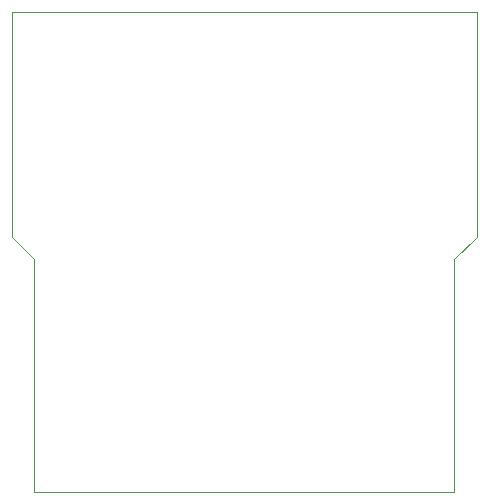
<source format=gbr>
%TF.GenerationSoftware,KiCad,Pcbnew,8.0.2-8.0.2-0~ubuntu24.04.1*%
%TF.CreationDate,2024-06-01T21:52:56+10:00*%
%TF.ProjectId,NES_RAM-ADAPTER,4e45535f-5241-44d2-9d41-444150544552,rev?*%
%TF.SameCoordinates,Original*%
%TF.FileFunction,Profile,NP*%
%FSLAX46Y46*%
G04 Gerber Fmt 4.6, Leading zero omitted, Abs format (unit mm)*
G04 Created by KiCad (PCBNEW 8.0.2-8.0.2-0~ubuntu24.04.1) date 2024-06-01 21:52:56*
%MOMM*%
%LPD*%
G01*
G04 APERTURE LIST*
%TA.AperFunction,Profile*%
%ADD10C,0.050000*%
%TD*%
G04 APERTURE END LIST*
D10*
X120015000Y-103505000D02*
X155575000Y-103505000D01*
X118110000Y-81915000D02*
X120015000Y-83820000D01*
X120015000Y-83820000D02*
X120015000Y-103505000D01*
X118110000Y-62865000D02*
X118110000Y-81915000D01*
X155575000Y-83820000D02*
X155575000Y-103505000D01*
X157480000Y-81915000D02*
X155575000Y-83820000D01*
X157480000Y-62865000D02*
X157480000Y-81915000D01*
X118110000Y-62865000D02*
X157480000Y-62865000D01*
M02*

</source>
